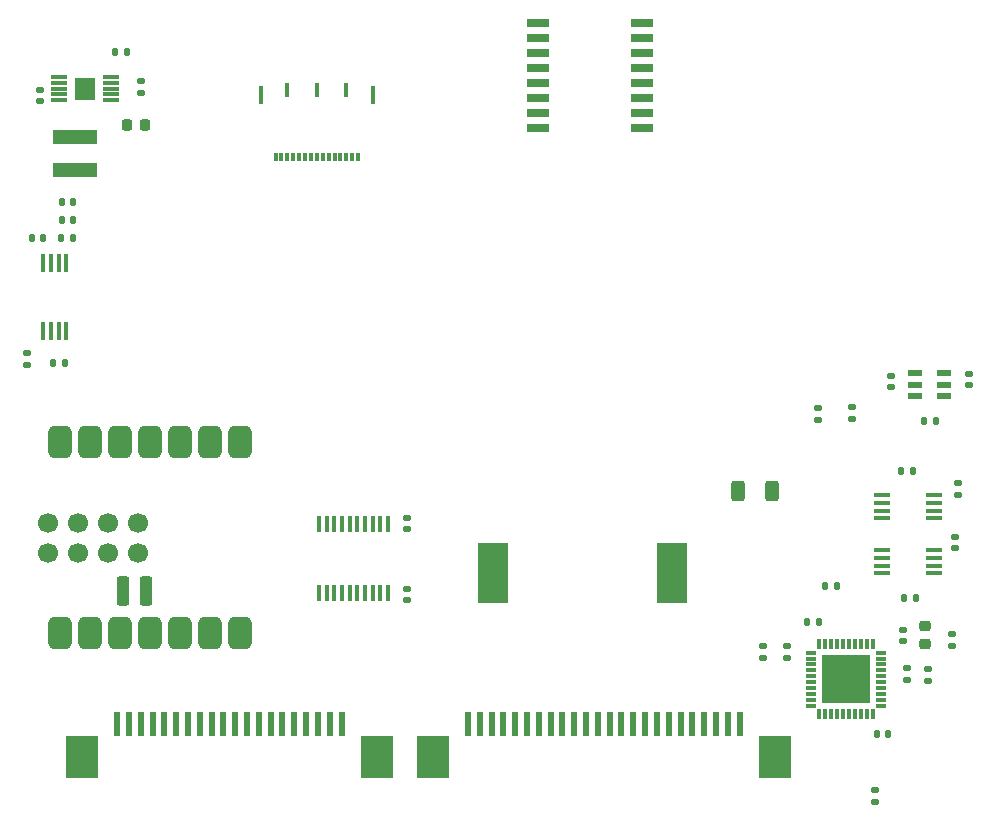
<source format=gtp>
%TF.GenerationSoftware,KiCad,Pcbnew,9.0.6*%
%TF.CreationDate,2026-02-09T18:54:10-05:00*%
%TF.ProjectId,main_board_v3,6d61696e-5f62-46f6-9172-645f76332e6b,rev?*%
%TF.SameCoordinates,Original*%
%TF.FileFunction,Paste,Top*%
%TF.FilePolarity,Positive*%
%FSLAX46Y46*%
G04 Gerber Fmt 4.6, Leading zero omitted, Abs format (unit mm)*
G04 Created by KiCad (PCBNEW 9.0.6) date 2026-02-09 18:54:10*
%MOMM*%
%LPD*%
G01*
G04 APERTURE LIST*
G04 Aperture macros list*
%AMRoundRect*
0 Rectangle with rounded corners*
0 $1 Rounding radius*
0 $2 $3 $4 $5 $6 $7 $8 $9 X,Y pos of 4 corners*
0 Add a 4 corners polygon primitive as box body*
4,1,4,$2,$3,$4,$5,$6,$7,$8,$9,$2,$3,0*
0 Add four circle primitives for the rounded corners*
1,1,$1+$1,$2,$3*
1,1,$1+$1,$4,$5*
1,1,$1+$1,$6,$7*
1,1,$1+$1,$8,$9*
0 Add four rect primitives between the rounded corners*
20,1,$1+$1,$2,$3,$4,$5,0*
20,1,$1+$1,$4,$5,$6,$7,0*
20,1,$1+$1,$6,$7,$8,$9,0*
20,1,$1+$1,$8,$9,$2,$3,0*%
G04 Aperture macros list end*
%ADD10R,1.425000X0.300000*%
%ADD11R,1.680000X1.880000*%
%ADD12RoundRect,0.140000X-0.170000X0.140000X-0.170000X-0.140000X0.170000X-0.140000X0.170000X0.140000X0*%
%ADD13R,1.910000X0.640000*%
%ADD14R,1.150000X0.600000*%
%ADD15RoundRect,0.140000X0.140000X0.170000X-0.140000X0.170000X-0.140000X-0.170000X0.140000X-0.170000X0*%
%ADD16RoundRect,0.135000X0.185000X-0.135000X0.185000X0.135000X-0.185000X0.135000X-0.185000X-0.135000X0*%
%ADD17RoundRect,0.140000X0.170000X-0.140000X0.170000X0.140000X-0.170000X0.140000X-0.170000X-0.140000X0*%
%ADD18RoundRect,0.250000X-0.312500X-0.625000X0.312500X-0.625000X0.312500X0.625000X-0.312500X0.625000X0*%
%ADD19RoundRect,0.135000X-0.185000X0.135000X-0.185000X-0.135000X0.185000X-0.135000X0.185000X0.135000X0*%
%ADD20R,1.400000X0.450000*%
%ADD21RoundRect,0.135000X-0.135000X-0.185000X0.135000X-0.185000X0.135000X0.185000X-0.135000X0.185000X0*%
%ADD22RoundRect,0.140000X-0.140000X-0.170000X0.140000X-0.170000X0.140000X0.170000X-0.140000X0.170000X0*%
%ADD23RoundRect,0.225000X-0.225000X-0.250000X0.225000X-0.250000X0.225000X0.250000X-0.225000X0.250000X0*%
%ADD24R,2.500000X5.100000*%
%ADD25RoundRect,0.135000X0.135000X0.185000X-0.135000X0.185000X-0.135000X-0.185000X0.135000X-0.185000X0*%
%ADD26R,0.850000X0.300000*%
%ADD27R,0.300000X0.850000*%
%ADD28R,4.050000X4.050000*%
%ADD29RoundRect,0.051250X0.153750X-0.733750X0.153750X0.733750X-0.153750X0.733750X-0.153750X-0.733750X0*%
%ADD30R,0.610000X2.000000*%
%ADD31R,2.680000X3.600000*%
%ADD32R,3.700000X1.200000*%
%ADD33RoundRect,0.500000X0.500000X-0.875000X0.500000X0.875000X-0.500000X0.875000X-0.500000X-0.875000X0*%
%ADD34RoundRect,0.275000X-0.275000X0.975000X-0.275000X-0.975000X0.275000X-0.975000X0.275000X0.975000X0*%
%ADD35C,1.700000*%
%ADD36RoundRect,0.225000X0.250000X-0.225000X0.250000X0.225000X-0.250000X0.225000X-0.250000X-0.225000X0*%
%ADD37R,0.300000X0.650000*%
%ADD38R,0.300000X1.200000*%
%ADD39R,0.400000X1.550000*%
%ADD40R,0.450000X1.475000*%
G04 APERTURE END LIST*
D10*
X58153000Y-22591000D03*
X58153000Y-23091000D03*
X58153000Y-23591000D03*
X58153000Y-24091000D03*
X58153000Y-24591000D03*
X62577000Y-24591000D03*
X62577000Y-24091000D03*
X62577000Y-23591000D03*
X62577000Y-23091000D03*
X62577000Y-22591000D03*
D11*
X60365000Y-23591000D03*
D12*
X131750000Y-72750000D03*
X131750000Y-73710000D03*
X65085000Y-22980000D03*
X65085000Y-23940000D03*
X87600000Y-59920000D03*
X87600000Y-60880000D03*
X128600000Y-47920000D03*
X128600000Y-48880000D03*
D13*
X107500000Y-26960000D03*
X107500000Y-25690000D03*
X107500000Y-24420000D03*
X107500000Y-23150000D03*
X107500000Y-21880000D03*
X107500000Y-20610000D03*
X107500000Y-19340000D03*
X107500000Y-18070000D03*
X98730000Y-18070000D03*
X98730000Y-19340000D03*
X98730000Y-20610000D03*
X98730000Y-21880000D03*
X98730000Y-23150000D03*
X98730000Y-24420000D03*
X98730000Y-25690000D03*
X98730000Y-26960000D03*
D14*
X130624000Y-47700000D03*
X130624000Y-48650000D03*
X130624000Y-49600000D03*
X133124000Y-49600000D03*
X133124000Y-48650000D03*
X133124000Y-47700000D03*
D15*
X122500000Y-68750000D03*
X121540000Y-68750000D03*
D16*
X127250000Y-84010000D03*
X127250000Y-82990000D03*
D17*
X129600000Y-70400000D03*
X129600000Y-69440000D03*
D18*
X115632500Y-57686600D03*
X118557500Y-57686600D03*
D12*
X56525000Y-23690000D03*
X56525000Y-24650000D03*
D19*
X125300000Y-50590000D03*
X125300000Y-51610000D03*
D12*
X87600000Y-65940000D03*
X87600000Y-66900000D03*
D20*
X127850000Y-62700000D03*
X127850000Y-63350000D03*
X127850000Y-64000000D03*
X127850000Y-64650000D03*
X132250000Y-64650000D03*
X132250000Y-64000000D03*
X132250000Y-63350000D03*
X132250000Y-62700000D03*
D16*
X55500000Y-47010000D03*
X55500000Y-45990000D03*
D12*
X130000000Y-72670000D03*
X130000000Y-73630000D03*
D17*
X135174000Y-48680000D03*
X135174000Y-47720000D03*
X134275000Y-57980000D03*
X134275000Y-57020000D03*
D21*
X122990000Y-65750000D03*
X124010000Y-65750000D03*
X62940000Y-20500000D03*
X63960000Y-20500000D03*
D17*
X119800000Y-71780000D03*
X119800000Y-70820000D03*
D22*
X58365000Y-36230000D03*
X59325000Y-36230000D03*
D19*
X133750000Y-69740000D03*
X133750000Y-70760000D03*
D23*
X63925000Y-26700000D03*
X65475000Y-26700000D03*
D21*
X129490000Y-56000000D03*
X130510000Y-56000000D03*
D24*
X110100000Y-64600000D03*
X94900000Y-64600000D03*
D22*
X58385000Y-33230000D03*
X59345000Y-33230000D03*
D16*
X122425000Y-51635000D03*
X122425000Y-50615000D03*
D25*
X130750000Y-66750000D03*
X129730000Y-66750000D03*
D17*
X117800000Y-71780000D03*
X117800000Y-70820000D03*
D15*
X128380000Y-78250000D03*
X127420000Y-78250000D03*
D26*
X127750000Y-75850000D03*
X127750000Y-75350000D03*
X127750000Y-74850000D03*
X127750000Y-74350000D03*
X127750000Y-73850000D03*
X127750000Y-73350000D03*
X127750000Y-72850000D03*
X127750000Y-72350000D03*
X127750000Y-71850000D03*
X127750000Y-71350000D03*
D27*
X127050000Y-70650000D03*
X126550000Y-70650000D03*
X126050000Y-70650000D03*
X125550000Y-70650000D03*
X125050000Y-70650000D03*
X124550000Y-70650000D03*
X124050000Y-70650000D03*
X123550000Y-70650000D03*
X123050000Y-70650000D03*
X122550000Y-70650000D03*
D26*
X121850000Y-71350000D03*
X121850000Y-71850000D03*
X121850000Y-72350000D03*
X121850000Y-72850000D03*
X121850000Y-73350000D03*
X121850000Y-73850000D03*
X121850000Y-74350000D03*
X121850000Y-74850000D03*
X121850000Y-75350000D03*
X121850000Y-75850000D03*
D27*
X122550000Y-76550000D03*
X123050000Y-76550000D03*
X123550000Y-76550000D03*
X124050000Y-76550000D03*
X124550000Y-76550000D03*
X125050000Y-76550000D03*
X125550000Y-76550000D03*
X126050000Y-76550000D03*
X126550000Y-76550000D03*
X127050000Y-76550000D03*
D28*
X124800000Y-73600000D03*
D29*
X56850000Y-44100000D03*
X57500000Y-44100000D03*
X58150000Y-44100000D03*
X58800000Y-44100000D03*
X58800000Y-38360000D03*
X58150000Y-38360000D03*
X57500000Y-38360000D03*
X56850000Y-38360000D03*
D17*
X134000000Y-62480000D03*
X134000000Y-61520000D03*
D30*
X63090000Y-77400000D03*
X64090000Y-77400000D03*
X65090000Y-77400000D03*
X66090000Y-77400000D03*
X67090000Y-77400000D03*
X68090000Y-77400000D03*
X69090000Y-77400000D03*
X70090000Y-77400000D03*
X71090000Y-77400000D03*
X72090000Y-77400000D03*
X73090000Y-77400000D03*
X74090000Y-77400000D03*
X75090000Y-77400000D03*
X76090000Y-77400000D03*
X77090000Y-77400000D03*
X78090000Y-77400000D03*
X79090000Y-77400000D03*
X80090000Y-77400000D03*
X81090000Y-77400000D03*
X82090000Y-77400000D03*
D31*
X60100000Y-80200000D03*
X85080000Y-80200000D03*
D25*
X132424000Y-51750000D03*
X131404000Y-51750000D03*
D30*
X92790000Y-77400000D03*
X93790000Y-77400000D03*
X94790000Y-77400000D03*
X95790000Y-77400000D03*
X96790000Y-77400000D03*
X97790000Y-77400000D03*
X98790000Y-77400000D03*
X99790000Y-77400000D03*
X100790000Y-77400000D03*
X101790000Y-77400000D03*
X102790000Y-77400000D03*
X103790000Y-77400000D03*
X104790000Y-77400000D03*
X105790000Y-77400000D03*
X106790000Y-77400000D03*
X107790000Y-77400000D03*
X108790000Y-77400000D03*
X109790000Y-77400000D03*
X110790000Y-77400000D03*
X111790000Y-77400000D03*
X112790000Y-77400000D03*
X113790000Y-77400000D03*
X114790000Y-77400000D03*
X115790000Y-77400000D03*
D31*
X89800000Y-80200000D03*
X118780000Y-80200000D03*
D32*
X59500000Y-27700000D03*
X59500000Y-30500000D03*
D25*
X58660000Y-46860000D03*
X57640000Y-46860000D03*
D22*
X55845000Y-36230000D03*
X56805000Y-36230000D03*
D20*
X127875000Y-58025000D03*
X127875000Y-58675000D03*
X127875000Y-59325000D03*
X127875000Y-59975000D03*
X132275000Y-59975000D03*
X132275000Y-59325000D03*
X132275000Y-58675000D03*
X132275000Y-58025000D03*
D33*
X58260000Y-69700000D03*
X60800000Y-69700000D03*
X63340000Y-69700000D03*
X65880000Y-69700000D03*
X68420000Y-69700000D03*
X70960000Y-69700000D03*
X73500000Y-69700000D03*
X73500000Y-53535000D03*
X70960000Y-53535000D03*
X68420000Y-53535000D03*
X65880000Y-53535000D03*
X63340000Y-53535000D03*
X60800000Y-53535000D03*
X58260000Y-53535000D03*
D34*
X65498000Y-66090000D03*
X63593000Y-66090000D03*
D35*
X57248000Y-62915000D03*
X57248000Y-60375000D03*
X59788000Y-62915000D03*
X59788000Y-60375000D03*
X62328000Y-62915000D03*
X62328000Y-60375000D03*
X64868000Y-62915000D03*
X64868000Y-60375000D03*
D22*
X58385000Y-34730000D03*
X59345000Y-34730000D03*
D36*
X131450000Y-70645000D03*
X131450000Y-69095000D03*
D37*
X83500000Y-29375000D03*
X83000000Y-29375000D03*
X82500000Y-29375000D03*
X82000000Y-29375000D03*
X81500000Y-29375000D03*
X81000000Y-29375000D03*
X80500000Y-29375000D03*
X80000000Y-29375000D03*
X79500000Y-29375000D03*
X79000000Y-29375000D03*
X78500000Y-29375000D03*
X78000000Y-29375000D03*
X77500000Y-29375000D03*
X77000000Y-29375000D03*
X76500000Y-29375000D03*
D38*
X82500000Y-23700000D03*
X80000000Y-23700000D03*
X77500000Y-23700000D03*
D39*
X84750000Y-24125000D03*
X75250000Y-24125000D03*
D40*
X86025000Y-60462000D03*
X85375000Y-60462000D03*
X84725000Y-60462000D03*
X84075000Y-60462000D03*
X83425000Y-60462000D03*
X82775000Y-60462000D03*
X82125000Y-60462000D03*
X81475000Y-60462000D03*
X80825000Y-60462000D03*
X80175000Y-60462000D03*
X80175000Y-66338000D03*
X80825000Y-66338000D03*
X81475000Y-66338000D03*
X82125000Y-66338000D03*
X82775000Y-66338000D03*
X83425000Y-66338000D03*
X84075000Y-66338000D03*
X84725000Y-66338000D03*
X85375000Y-66338000D03*
X86025000Y-66338000D03*
M02*

</source>
